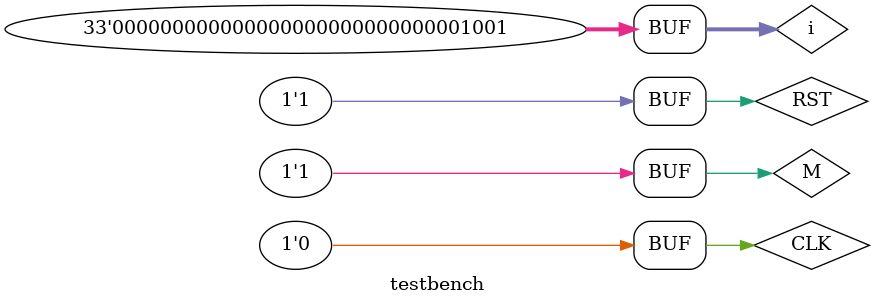
<source format=v>
`timescale 1ns / 1ps

`include "UPDN_COUNTER.v"
module testbench;

	// Inputs
	reg CLK;
	reg RST;
	reg M;
	reg [32:0] i;
	// Outputs
	wire [3:0] OUT;

	// Instantiate the Unit Under Test (UUT)
	UPDN_COUNTER uut (
		.CLK(CLK), 
		.RST(RST), 
		.M(M), 
		.OUT(OUT)
	);

	initial begin
		// Initialize Inputs
		CLK = 0;
		RST = 0;
		M = 0;

		// Wait 100 ns for global reset to finish
		#100;
		RST = 0; M = 0;
        for(i = 0; i < 16; i=i+1) begin 
			CLK = ~CLK; #5; CLK = ~CLK; #5; 
		end
		RST = 0; M = 1;
      for(i = 0; i < 16; i=i+1) begin 
			CLK = ~CLK; #5; CLK = ~CLK; #5; 
		end
		RST = 1; M = 0;
      for(i = 0; i < 16; i=i+1) begin 
			CLK = ~CLK; #5; CLK = ~CLK; #5; 
		end
		RST = 0; M = 1;
      for(i = 0; i < 16; i=i+1) begin 
			CLK = ~CLK; #5; CLK = ~CLK; #5; 
		end
		RST = 1; M = 0;
      for(i = 4; i < 11; i=i+1) begin 
			CLK = ~CLK; #5; CLK = ~CLK; #5; 
		end
		RST = 1; M = 1;
      for(i = 3; i < 9; i=i+1) begin 
			CLK = ~CLK; #5; CLK = ~CLK; #5; 
		end
	end
      
endmodule


</source>
